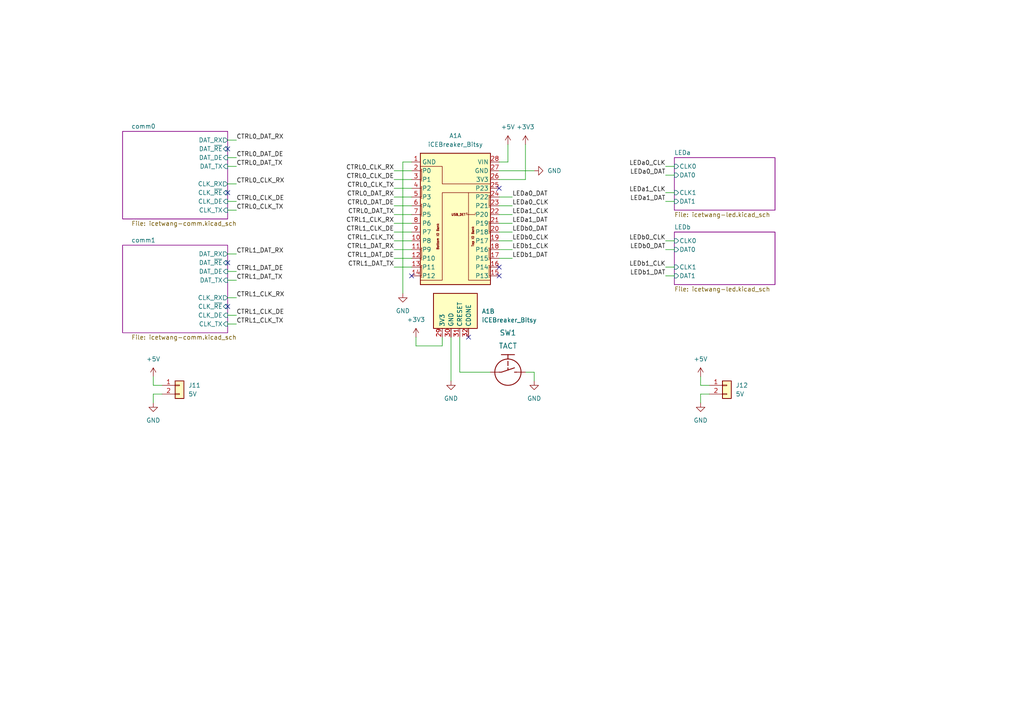
<source format=kicad_sch>
(kicad_sch (version 20210621) (generator eeschema)
  (paper "A4")
  (title_block (title "iCE-TWANG Pole") (rev "V0.1") (company "1BitSquared") (comment 1 "(C) 2021 1BitSquared <info@1bitsquared.com>") (comment 2 "(C) 2021 Piotr Esden-Tempski <piotr@esden.net>") (comment 3 "License: CC-BY-SA 4.3"))
  (lib_symbols
    (symbol "Connector_Generic:Conn_01x02" (pin_names (offset 1.016) hide)
      (property "Reference" "J" (at 0 2.54 0))
      (property "Value" "Conn_01x02" (at 0 -5.08 0))
      (symbol "Conn_01x02_1_1"
        (rectangle (start -1.27 -2.413) (end 0 -2.667) (stroke (width 0.1524)))
        (rectangle (start -1.27 0.127) (end 0 -0.127) (stroke (width 0.1524)))
        (rectangle (start -1.27 1.27) (end 1.27 -3.81) (stroke (width 0.254)) (fill (type background)))
        (pin passive line (at -5.08 0 0) (length 3.81) (name "Pin_1") (number "1"))
        (pin passive line (at -5.08 -2.54 0) (length 3.81) (name "Pin_2") (number "2"))
      )
    )
    (symbol "iCEBreaker_Bitsy_1"
      (property "Reference" "A" (at 0 21.59 0))
      (property "Value" "iCEBreaker_Bitsy_1" (at 0 19.05 0))
      (symbol "iCEBreaker_Bitsy_1_1_0"
        (text "Bottom IO Bank" (at -5.08 -6.35 900) (effects (font (size 0.635 0.635))))
        (text "Top IO Bank" (at 5.08 -6.35 900) (effects (font (size 0.635 0.635))))
        (text "USB_DET" (at 3.048 0 0) (effects (font (size 0.635 0.635)) (justify right)))
        (polyline (pts (xy 3.175 0.381) (xy 3.429 0.381)))
        (polyline (pts (xy 3.302 0.508) (xy 3.302 0.254)))
        (polyline (pts (xy 5.715 0.381) (xy 5.969 0.381)))
        (polyline (pts (xy 9.652 2.159) (xy 9.906 2.159)))
        (polyline (pts (xy 9.652 5.461) (xy 9.906 5.461)))
        (polyline (pts (xy 9.779 5.334) (xy 9.779 5.588)))
        (polyline (pts (xy 10.16 -19.05) (xy 3.81 -19.05) (xy 3.81 6.35)))
        (polyline (pts (xy -10.16 13.97) (xy -3.81 13.97) (xy -3.81 8.89) (xy 10.16 8.89)))
        (polyline (pts (xy 10.16 2.54) (xy 9.779 2.54) (xy 9.779 5.08) (xy 10.16 5.08)))
        (polyline (pts (xy 10.16 6.35) (xy -3.81 6.35) (xy -3.81 -19.05) (xy -10.16 -19.05)))
      )
      (symbol "iCEBreaker_Bitsy_1_1_1"
        (rectangle (start -10.16 17.78) (end 10.16 -20.32) (stroke (width 0.254)) (fill (type background)))
        (polyline (pts (xy -9.906 -18.161) (xy -9.652 -18.161)))
        (polyline (pts (xy -9.906 -14.859) (xy -9.652 -14.859)))
        (polyline (pts (xy -9.906 -13.081) (xy -9.652 -13.081)))
        (polyline (pts (xy -9.906 -9.779) (xy -9.652 -9.779)))
        (polyline (pts (xy -9.906 -0.381) (xy -9.652 -0.381)))
        (polyline (pts (xy -9.906 2.921) (xy -9.652 2.921)))
        (polyline (pts (xy -9.906 4.699) (xy -9.652 4.699)))
        (polyline (pts (xy -9.906 8.001) (xy -9.652 8.001)))
        (polyline (pts (xy -9.906 9.779) (xy -9.652 9.779)))
        (polyline (pts (xy -9.906 13.081) (xy -9.652 13.081)))
        (polyline (pts (xy -9.779 -14.986) (xy -9.779 -14.732)))
        (polyline (pts (xy -9.779 -9.906) (xy -9.779 -9.652)))
        (polyline (pts (xy -9.779 2.794) (xy -9.779 3.048)))
        (polyline (pts (xy -9.779 7.874) (xy -9.779 8.128)))
        (polyline (pts (xy -9.779 13.208) (xy -9.779 12.954)))
        (polyline (pts (xy 5.842 0) (xy 3.175 0)))
        (polyline (pts (xy 9.652 -18.161) (xy 9.906 -18.161)))
        (polyline (pts (xy 9.652 -14.859) (xy 9.906 -14.859)))
        (polyline (pts (xy 9.652 -13.081) (xy 9.906 -13.081)))
        (polyline (pts (xy 9.652 -9.779) (xy 9.906 -9.779)))
        (polyline (pts (xy 9.652 -5.461) (xy 9.906 -5.461)))
        (polyline (pts (xy 9.652 -2.159) (xy 9.906 -2.159)))
        (polyline (pts (xy 9.779 -14.986) (xy 9.779 -14.732)))
        (polyline (pts (xy 9.779 -9.906) (xy 9.779 -9.652)))
        (polyline (pts (xy 9.779 -2.286) (xy 9.779 -2.032)))
        (polyline (pts (xy -10.16 -15.24) (xy -9.779 -15.24) (xy -9.779 -17.78) (xy -10.16 -17.78)))
        (polyline (pts (xy -10.16 -10.16) (xy -9.779 -10.16) (xy -9.779 -12.7) (xy -10.16 -12.7)))
        (polyline (pts (xy -10.16 2.54) (xy -9.779 2.54) (xy -9.779 0) (xy -10.16 0)))
        (polyline (pts (xy -10.16 7.62) (xy -9.779 7.62) (xy -9.779 5.08) (xy -10.16 5.08)))
        (polyline (pts (xy -10.16 12.7) (xy -9.779 12.7) (xy -9.779 10.16) (xy -10.16 10.16)))
        (polyline (pts (xy 10.16 -17.78) (xy 9.779 -17.78) (xy 9.779 -15.24) (xy 10.16 -15.24)))
        (polyline (pts (xy 10.16 -12.7) (xy 9.779 -12.7) (xy 9.779 -10.16) (xy 10.16 -10.16)))
        (polyline (pts (xy 10.16 -5.08) (xy 9.779 -5.08) (xy 9.779 -2.54) (xy 10.16 -2.54)))
        (pin power_out line (at -12.7 15.24 0) (length 2.54) (name "GND") (number "1"))
        (pin bidirectional line (at -12.7 -7.62 0) (length 2.54) (name "P8") (number "10"))
        (pin bidirectional line (at -12.7 -10.16 0) (length 2.54) (name "P9") (number "11"))
        (pin bidirectional line (at -12.7 -12.7 0) (length 2.54) (name "P10") (number "12"))
        (pin bidirectional line (at -12.7 -15.24 0) (length 2.54) (name "P11") (number "13"))
        (pin bidirectional line (at -12.7 -17.78 0) (length 2.54) (name "P12") (number "14"))
        (pin bidirectional line (at 12.7 -17.78 180) (length 2.54) (name "P13") (number "15"))
        (pin bidirectional line (at 12.7 -15.24 180) (length 2.54) (name "P14") (number "16"))
        (pin bidirectional line (at 12.7 -12.7 180) (length 2.54) (name "P15") (number "17"))
        (pin bidirectional line (at 12.7 -10.16 180) (length 2.54) (name "P16") (number "18"))
        (pin bidirectional line (at 12.7 -7.62 180) (length 2.54) (name "P17") (number "19"))
        (pin bidirectional line (at -12.7 12.7 0) (length 2.54) (name "P0") (number "2"))
        (pin bidirectional line (at 12.7 -5.08 180) (length 2.54) (name "P18") (number "20"))
        (pin bidirectional line (at 12.7 -2.54 180) (length 2.54) (name "P19") (number "21"))
        (pin bidirectional line (at 12.7 0 180) (length 2.54) (name "P20") (number "22"))
        (pin bidirectional line (at 12.7 2.54 180) (length 2.54) (name "P21") (number "23"))
        (pin bidirectional line (at 12.7 5.08 180) (length 2.54) (name "P22") (number "24"))
        (pin bidirectional line (at 12.7 7.62 180) (length 2.54) (name "P23") (number "25"))
        (pin power_out line (at 12.7 10.16 180) (length 2.54) (name "3V3") (number "26"))
        (pin power_out line (at 12.7 12.7 180) (length 2.54) (name "GND") (number "27"))
        (pin power_in line (at 12.7 15.24 180) (length 2.54) (name "VIN") (number "28"))
        (pin bidirectional line (at -12.7 10.16 0) (length 2.54) (name "P1") (number "3"))
        (pin bidirectional line (at -12.7 7.62 0) (length 2.54) (name "P2") (number "4"))
        (pin bidirectional line (at -12.7 5.08 0) (length 2.54) (name "P3") (number "5"))
        (pin bidirectional line (at -12.7 2.54 0) (length 2.54) (name "P4") (number "6"))
        (pin bidirectional line (at -12.7 0 0) (length 2.54) (name "P5") (number "7"))
        (pin bidirectional line (at -12.7 -2.54 0) (length 2.54) (name "P6") (number "8"))
        (pin bidirectional line (at -12.7 -5.08 0) (length 2.54) (name "P7") (number "9"))
      )
      (symbol "iCEBreaker_Bitsy_1_2_1"
        (rectangle (start -5.08 7.62) (end 5.08 -5.08) (stroke (width 0.254)) (fill (type background)))
        (pin power_out line (at 7.62 -2.54 180) (length 2.54) (name "3V3") (number "29"))
        (pin power_out line (at 7.62 0 180) (length 2.54) (name "GND") (number "30"))
        (pin input line (at 7.62 2.54 180) (length 2.54) (name "CRESET") (number "31"))
        (pin output line (at 7.62 5.08 180) (length 2.54) (name "CDONE") (number "32"))
      )
      (symbol "iCEBreaker_Bitsy_1_3_1"
        (rectangle (start -5.08 7.62) (end 5.08 -5.08) (stroke (width 0.254)) (fill (type background)))
        (pin bidirectional line (at -7.62 -2.54 0) (length 2.54) (name "SPI_COPI") (number "33"))
        (pin bidirectional line (at -7.62 0 0) (length 2.54) (name "SPI_CIPO") (number "34"))
        (pin bidirectional line (at -7.62 2.54 0) (length 2.54) (name "SPI_SCK") (number "35"))
        (pin bidirectional line (at -7.62 5.08 0) (length 2.54) (name "SPI_CS") (number "36"))
      )
    )
    (symbol "pkl_misc:TACT" (pin_numbers hide) (pin_names (offset 1.016) hide)
      (property "Reference" "SW" (at 3.81 -1.905 0))
      (property "Value" "TACT" (at 3.81 1.905 0))
      (symbol "TACT_0_1"
        (circle (center 0 0) (radius 3.81) (stroke (width 0.254)))
        (polyline (pts (xy -1.905 5.08) (xy 1.905 5.08)) (stroke (width 0.254)))
        (polyline (pts (xy 0 0.635) (xy 0 1.27)) (stroke (width 0.254)))
        (polyline (pts (xy 0 1.905) (xy 0 3.175)) (stroke (width 0.254)))
        (polyline (pts (xy 0 3.81) (xy 0 5.08)) (stroke (width 0.254)))
        (polyline (pts (xy 2.54 0) (xy 1.905 0)) (stroke (width 0.254)))
        (polyline (pts (xy -2.54 0) (xy -1.905 0) (xy 1.905 1.27)) (stroke (width 0.254)))
      )
      (symbol "TACT_1_1"
        (pin passive line (at -5.08 0 0) (length 2.54) (name "~") (number "1"))
        (pin passive line (at 5.08 0 180) (length 2.54) (name "~") (number "2"))
      )
    )
    (symbol "pkl_module:iCEBreaker_Bitsy"
      (property "Reference" "A" (at 0 21.59 0))
      (property "Value" "iCEBreaker_Bitsy" (at 0 19.05 0))
      (symbol "iCEBreaker_Bitsy_1_0"
        (text "Bottom IO Bank" (at -5.08 -6.35 900) (effects (font (size 0.635 0.635))))
        (text "Top IO Bank" (at 5.08 -6.35 900) (effects (font (size 0.635 0.635))))
        (text "USB_DET" (at 3.048 0 0) (effects (font (size 0.635 0.635)) (justify right)))
        (polyline (pts (xy 3.175 0.381) (xy 3.429 0.381)))
        (polyline (pts (xy 3.302 0.508) (xy 3.302 0.254)))
        (polyline (pts (xy 5.715 0.381) (xy 5.969 0.381)))
        (polyline (pts (xy 9.652 2.159) (xy 9.906 2.159)))
        (polyline (pts (xy 9.652 5.461) (xy 9.906 5.461)))
        (polyline (pts (xy 9.779 5.334) (xy 9.779 5.588)))
        (polyline (pts (xy 10.16 -19.05) (xy 3.81 -19.05) (xy 3.81 6.35)))
        (polyline (pts (xy -10.16 13.97) (xy -3.81 13.97) (xy -3.81 8.89) (xy 10.16 8.89)))
        (polyline (pts (xy 10.16 2.54) (xy 9.779 2.54) (xy 9.779 5.08) (xy 10.16 5.08)))
        (polyline (pts (xy 10.16 6.35) (xy -3.81 6.35) (xy -3.81 -19.05) (xy -10.16 -19.05)))
      )
      (symbol "iCEBreaker_Bitsy_1_1"
        (rectangle (start -10.16 17.78) (end 10.16 -20.32) (stroke (width 0.254)) (fill (type background)))
        (polyline (pts (xy -9.906 -18.161) (xy -9.652 -18.161)))
        (polyline (pts (xy -9.906 -14.859) (xy -9.652 -14.859)))
        (polyline (pts (xy -9.906 -13.081) (xy -9.652 -13.081)))
        (polyline (pts (xy -9.906 -9.779) (xy -9.652 -9.779)))
        (polyline (pts (xy -9.906 -0.381) (xy -9.652 -0.381)))
        (polyline (pts (xy -9.906 2.921) (xy -9.652 2.921)))
        (polyline (pts (xy -9.906 4.699) (xy -9.652 4.699)))
        (polyline (pts (xy -9.906 8.001) (xy -9.652 8.001)))
        (polyline (pts (xy -9.906 9.779) (xy -9.652 9.779)))
        (polyline (pts (xy -9.906 13.081) (xy -9.652 13.081)))
        (polyline (pts (xy -9.779 -14.986) (xy -9.779 -14.732)))
        (polyline (pts (xy -9.779 -9.906) (xy -9.779 -9.652)))
        (polyline (pts (xy -9.779 2.794) (xy -9.779 3.048)))
        (polyline (pts (xy -9.779 7.874) (xy -9.779 8.128)))
        (polyline (pts (xy -9.779 13.208) (xy -9.779 12.954)))
        (polyline (pts (xy 5.842 0) (xy 3.175 0)))
        (polyline (pts (xy 9.652 -18.161) (xy 9.906 -18.161)))
        (polyline (pts (xy 9.652 -14.859) (xy 9.906 -14.859)))
        (polyline (pts (xy 9.652 -13.081) (xy 9.906 -13.081)))
        (polyline (pts (xy 9.652 -9.779) (xy 9.906 -9.779)))
        (polyline (pts (xy 9.652 -5.461) (xy 9.906 -5.461)))
        (polyline (pts (xy 9.652 -2.159) (xy 9.906 -2.159)))
        (polyline (pts (xy 9.779 -14.986) (xy 9.779 -14.732)))
        (polyline (pts (xy 9.779 -9.906) (xy 9.779 -9.652)))
        (polyline (pts (xy 9.779 -2.286) (xy 9.779 -2.032)))
        (polyline (pts (xy -10.16 -15.24) (xy -9.779 -15.24) (xy -9.779 -17.78) (xy -10.16 -17.78)))
        (polyline (pts (xy -10.16 -10.16) (xy -9.779 -10.16) (xy -9.779 -12.7) (xy -10.16 -12.7)))
        (polyline (pts (xy -10.16 2.54) (xy -9.779 2.54) (xy -9.779 0) (xy -10.16 0)))
        (polyline (pts (xy -10.16 7.62) (xy -9.779 7.62) (xy -9.779 5.08) (xy -10.16 5.08)))
        (polyline (pts (xy -10.16 12.7) (xy -9.779 12.7) (xy -9.779 10.16) (xy -10.16 10.16)))
        (polyline (pts (xy 10.16 -17.78) (xy 9.779 -17.78) (xy 9.779 -15.24) (xy 10.16 -15.24)))
        (polyline (pts (xy 10.16 -12.7) (xy 9.779 -12.7) (xy 9.779 -10.16) (xy 10.16 -10.16)))
        (polyline (pts (xy 10.16 -5.08) (xy 9.779 -5.08) (xy 9.779 -2.54) (xy 10.16 -2.54)))
        (pin power_out line (at -12.7 15.24 0) (length 2.54) (name "GND") (number "1"))
        (pin bidirectional line (at -12.7 -7.62 0) (length 2.54) (name "P8") (number "10"))
        (pin bidirectional line (at -12.7 -10.16 0) (length 2.54) (name "P9") (number "11"))
        (pin bidirectional line (at -12.7 -12.7 0) (length 2.54) (name "P10") (number "12"))
        (pin bidirectional line (at -12.7 -15.24 0) (length 2.54) (name "P11") (number "13"))
        (pin bidirectional line (at -12.7 -17.78 0) (length 2.54) (name "P12") (number "14"))
        (pin bidirectional line (at 12.7 -17.78 180) (length 2.54) (name "P13") (number "15"))
        (pin bidirectional line (at 12.7 -15.24 180) (length 2.54) (name "P14") (number "16"))
        (pin bidirectional line (at 12.7 -12.7 180) (length 2.54) (name "P15") (number "17"))
        (pin bidirectional line (at 12.7 -10.16 180) (length 2.54) (name "P16") (number "18"))
        (pin bidirectional line (at 12.7 -7.62 180) (length 2.54) (name "P17") (number "19"))
        (pin bidirectional line (at -12.7 12.7 0) (length 2.54) (name "P0") (number "2"))
        (pin bidirectional line (at 12.7 -5.08 180) (length 2.54) (name "P18") (number "20"))
        (pin bidirectional line (at 12.7 -2.54 180) (length 2.54) (name "P19") (number "21"))
        (pin bidirectional line (at 12.7 0 180) (length 2.54) (name "P20") (number "22"))
        (pin bidirectional line (at 12.7 2.54 180) (length 2.54) (name "P21") (number "23"))
        (pin bidirectional line (at 12.7 5.08 180) (length 2.54) (name "P22") (number "24"))
        (pin bidirectional line (at 12.7 7.62 180) (length 2.54) (name "P23") (number "25"))
        (pin power_out line (at 12.7 10.16 180) (length 2.54) (name "3V3") (number "26"))
        (pin power_out line (at 12.7 12.7 180) (length 2.54) (name "GND") (number "27"))
        (pin power_in line (at 12.7 15.24 180) (length 2.54) (name "VIN") (number "28"))
        (pin bidirectional line (at -12.7 10.16 0) (length 2.54) (name "P1") (number "3"))
        (pin bidirectional line (at -12.7 7.62 0) (length 2.54) (name "P2") (number "4"))
        (pin bidirectional line (at -12.7 5.08 0) (length 2.54) (name "P3") (number "5"))
        (pin bidirectional line (at -12.7 2.54 0) (length 2.54) (name "P4") (number "6"))
        (pin bidirectional line (at -12.7 0 0) (length 2.54) (name "P5") (number "7"))
        (pin bidirectional line (at -12.7 -2.54 0) (length 2.54) (name "P6") (number "8"))
        (pin bidirectional line (at -12.7 -5.08 0) (length 2.54) (name "P7") (number "9"))
      )
      (symbol "iCEBreaker_Bitsy_2_1"
        (rectangle (start -5.08 7.62) (end 5.08 -5.08) (stroke (width 0.254)) (fill (type background)))
        (pin power_out line (at 7.62 -2.54 180) (length 2.54) (name "3V3") (number "29"))
        (pin power_out line (at 7.62 0 180) (length 2.54) (name "GND") (number "30"))
        (pin input line (at 7.62 2.54 180) (length 2.54) (name "CRESET") (number "31"))
        (pin output line (at 7.62 5.08 180) (length 2.54) (name "CDONE") (number "32"))
      )
      (symbol "iCEBreaker_Bitsy_3_1"
        (rectangle (start -5.08 7.62) (end 5.08 -5.08) (stroke (width 0.254)) (fill (type background)))
        (pin bidirectional line (at -7.62 -2.54 0) (length 2.54) (name "SPI_COPI") (number "33"))
        (pin bidirectional line (at -7.62 0 0) (length 2.54) (name "SPI_CIPO") (number "34"))
        (pin bidirectional line (at -7.62 2.54 0) (length 2.54) (name "SPI_SCK") (number "35"))
        (pin bidirectional line (at -7.62 5.08 0) (length 2.54) (name "SPI_CS") (number "36"))
      )
    )
    (symbol "power:+3V3" (power) (pin_names (offset 0))
      (property "Value" "+3V3" (at 0 3.556 0))
      (symbol "+3V3_0_1"
        (polyline (pts (xy -0.762 1.27) (xy 0 2.54)))
        (polyline (pts (xy 0 0) (xy 0 2.54)))
        (polyline (pts (xy 0 2.54) (xy 0.762 1.27)))
      )
      (symbol "+3V3_1_1"
        (pin power_in line (at 0 0 90) (length 0) hide (name "+3V3") (number "1"))
      )
    )
    (symbol "power:+5V" (power) (pin_names (offset 0))
      (property "Value" "+5V" (at 0 3.556 0))
      (symbol "+5V_0_1"
        (polyline (pts (xy -0.762 1.27) (xy 0 2.54)))
        (polyline (pts (xy 0 0) (xy 0 2.54)))
        (polyline (pts (xy 0 2.54) (xy 0.762 1.27)))
      )
      (symbol "+5V_1_1"
        (pin power_in line (at 0 0 90) (length 0) hide (name "+5V") (number "1"))
      )
    )
    (symbol "power:GND" (power) (pin_names (offset 0))
      (property "Value" "GND" (at 0 -3.81 0))
      (symbol "GND_0_1"
        (polyline (pts (xy 0 0) (xy 0 -1.27) (xy 1.27 -1.27) (xy 0 -2.54) (xy -1.27 -1.27) (xy 0 -1.27)))
      )
      (symbol "GND_1_1"
        (pin power_in line (at 0 0 270) (length 0) hide (name "GND") (number "1"))
      )
    )
  )
  (no_connect (at 66.04 43.18))
  (no_connect (at 66.04 55.88))
  (no_connect (at 66.04 76.2))
  (no_connect (at 66.04 88.9))
  (no_connect (at 119.38 80.01))
  (no_connect (at 135.89 97.79))
  (no_connect (at 144.78 54.61))
  (no_connect (at 144.78 77.47))
  (no_connect (at 144.78 80.01))
  (wire (pts (xy 44.45 111.76) (xy 44.45 109.22)))
  (wire (pts (xy 44.45 114.3) (xy 44.45 116.84)))
  (wire (pts (xy 46.99 111.76) (xy 44.45 111.76)))
  (wire (pts (xy 46.99 114.3) (xy 44.45 114.3)))
  (wire (pts (xy 68.58 40.64) (xy 66.04 40.64)))
  (wire (pts (xy 68.58 45.72) (xy 66.04 45.72)))
  (wire (pts (xy 68.58 48.26) (xy 66.04 48.26)))
  (wire (pts (xy 68.58 53.34) (xy 66.04 53.34)))
  (wire (pts (xy 68.58 58.42) (xy 66.04 58.42)))
  (wire (pts (xy 68.58 60.96) (xy 66.04 60.96)))
  (wire (pts (xy 68.58 73.66) (xy 66.04 73.66)))
  (wire (pts (xy 68.58 78.74) (xy 66.04 78.74)))
  (wire (pts (xy 68.58 81.28) (xy 66.04 81.28)))
  (wire (pts (xy 68.58 86.36) (xy 66.04 86.36)))
  (wire (pts (xy 68.58 91.44) (xy 66.04 91.44)))
  (wire (pts (xy 68.58 93.98) (xy 66.04 93.98)))
  (wire (pts (xy 114.3 49.53) (xy 119.38 49.53)))
  (wire (pts (xy 114.3 52.07) (xy 119.38 52.07)))
  (wire (pts (xy 114.3 54.61) (xy 119.38 54.61)))
  (wire (pts (xy 114.3 57.15) (xy 119.38 57.15)))
  (wire (pts (xy 114.3 59.69) (xy 119.38 59.69)))
  (wire (pts (xy 114.3 62.23) (xy 119.38 62.23)))
  (wire (pts (xy 114.3 64.77) (xy 119.38 64.77)))
  (wire (pts (xy 114.3 67.31) (xy 119.38 67.31)))
  (wire (pts (xy 114.3 69.85) (xy 119.38 69.85)))
  (wire (pts (xy 114.3 72.39) (xy 119.38 72.39)))
  (wire (pts (xy 114.3 74.93) (xy 119.38 74.93)))
  (wire (pts (xy 114.3 77.47) (xy 119.38 77.47)))
  (wire (pts (xy 116.84 46.99) (xy 116.84 85.09)))
  (wire (pts (xy 119.38 46.99) (xy 116.84 46.99)))
  (wire (pts (xy 120.65 97.79) (xy 120.65 100.33)))
  (wire (pts (xy 128.27 97.79) (xy 128.27 100.33)))
  (wire (pts (xy 128.27 100.33) (xy 120.65 100.33)))
  (wire (pts (xy 130.81 97.79) (xy 130.81 110.49)))
  (wire (pts (xy 133.35 97.79) (xy 133.35 107.95)))
  (wire (pts (xy 133.35 107.95) (xy 142.24 107.95)))
  (wire (pts (xy 144.78 46.99) (xy 147.32 46.99)))
  (wire (pts (xy 144.78 52.07) (xy 152.4 52.07)))
  (wire (pts (xy 144.78 57.15) (xy 148.59 57.15)))
  (wire (pts (xy 144.78 59.69) (xy 148.59 59.69)))
  (wire (pts (xy 144.78 62.23) (xy 148.59 62.23)))
  (wire (pts (xy 144.78 64.77) (xy 148.59 64.77)))
  (wire (pts (xy 144.78 67.31) (xy 148.59 67.31)))
  (wire (pts (xy 144.78 69.85) (xy 148.59 69.85)))
  (wire (pts (xy 147.32 41.91) (xy 147.32 46.99)))
  (wire (pts (xy 148.59 72.39) (xy 144.78 72.39)))
  (wire (pts (xy 148.59 74.93) (xy 144.78 74.93)))
  (wire (pts (xy 152.4 41.91) (xy 152.4 52.07)))
  (wire (pts (xy 152.4 107.95) (xy 154.94 107.95)))
  (wire (pts (xy 154.94 49.53) (xy 144.78 49.53)))
  (wire (pts (xy 154.94 107.95) (xy 154.94 110.49)))
  (wire (pts (xy 193.04 48.26) (xy 195.58 48.26)))
  (wire (pts (xy 193.04 50.8) (xy 195.58 50.8)))
  (wire (pts (xy 193.04 55.88) (xy 195.58 55.88)))
  (wire (pts (xy 193.04 58.42) (xy 195.58 58.42)))
  (wire (pts (xy 193.04 69.85) (xy 195.58 69.85)))
  (wire (pts (xy 193.04 72.39) (xy 195.58 72.39)))
  (wire (pts (xy 193.04 77.47) (xy 195.58 77.47)))
  (wire (pts (xy 193.04 80.01) (xy 195.58 80.01)))
  (wire (pts (xy 203.2 111.76) (xy 203.2 109.22)))
  (wire (pts (xy 203.2 114.3) (xy 203.2 116.84)))
  (wire (pts (xy 205.74 111.76) (xy 203.2 111.76)))
  (wire (pts (xy 205.74 114.3) (xy 203.2 114.3)))
  (label "CTRL0_DAT_RX" (at 68.58 40.64 0))
  (label "CTRL0_DAT_DE" (at 68.58 45.72 0))
  (label "CTRL0_DAT_TX" (at 68.58 48.26 0))
  (label "CTRL0_CLK_RX" (at 68.58 53.34 0))
  (label "CTRL0_CLK_DE" (at 68.58 58.42 0))
  (label "CTRL0_CLK_TX" (at 68.58 60.96 0))
  (label "CTRL1_DAT_RX" (at 68.58 73.66 0))
  (label "CTRL1_DAT_DE" (at 68.58 78.74 0))
  (label "CTRL1_DAT_TX" (at 68.58 81.28 0))
  (label "CTRL1_CLK_RX" (at 68.58 86.36 0))
  (label "CTRL1_CLK_DE" (at 68.58 91.44 0))
  (label "CTRL1_CLK_TX" (at 68.58 93.98 0))
  (label "CTRL0_CLK_RX" (at 114.3 49.53 180))
  (label "CTRL0_CLK_DE" (at 114.3 52.07 180))
  (label "CTRL0_CLK_TX" (at 114.3 54.61 180))
  (label "CTRL0_DAT_RX" (at 114.3 57.15 180))
  (label "CTRL0_DAT_DE" (at 114.3 59.69 180))
  (label "CTRL0_DAT_TX" (at 114.3 62.23 180))
  (label "CTRL1_CLK_RX" (at 114.3 64.77 180))
  (label "CTRL1_CLK_DE" (at 114.3 67.31 180))
  (label "CTRL1_CLK_TX" (at 114.3 69.85 180))
  (label "CTRL1_DAT_RX" (at 114.3 72.39 180))
  (label "CTRL1_DAT_DE" (at 114.3 74.93 180))
  (label "CTRL1_DAT_TX" (at 114.3 77.47 180))
  (label "LEDa0_DAT" (at 148.59 57.15 0))
  (label "LEDa0_CLK" (at 148.59 59.69 0))
  (label "LEDa1_CLK" (at 148.59 62.23 0))
  (label "LEDa1_DAT" (at 148.59 64.77 0))
  (label "LEDb0_DAT" (at 148.59 67.31 0))
  (label "LEDb0_CLK" (at 148.59 69.85 0))
  (label "LEDb1_CLK" (at 148.59 72.39 0))
  (label "LEDb1_DAT" (at 148.59 74.93 0))
  (label "LEDa0_CLK" (at 193.04 48.26 180))
  (label "LEDa0_DAT" (at 193.04 50.8 180))
  (label "LEDa1_CLK" (at 193.04 55.88 180))
  (label "LEDa1_DAT" (at 193.04 58.42 180))
  (label "LEDb0_CLK" (at 193.04 69.85 180))
  (label "LEDb0_DAT" (at 193.04 72.39 180))
  (label "LEDb1_CLK" (at 193.04 77.47 180))
  (label "LEDb1_DAT" (at 193.04 80.01 180))
  (symbol (lib_id "power:+5V") (at 44.45 109.22 0) (unit 1)
    (property "Reference" "#PWR0173" (effects hide))
    (property "Value" "+5V" (at 44.45 104.14 0))
  )
  (symbol (lib_id "power:+3V3") (at 120.65 97.79 0) (unit 1)
    (property "Reference" "#PWR0150" (effects hide))
    (property "Value" "+3V3" (at 120.65 92.71 0))
  )
  (symbol (lib_id "power:+5V") (at 147.32 41.91 0) (unit 1)
    (property "Reference" "#PWR0125" (effects hide))
    (property "Value" "+5V" (at 147.32 36.83 0))
  )
  (symbol (lib_id "power:+3V3") (at 152.4 41.91 0) (unit 1)
    (property "Reference" "#PWR0112" (effects hide))
    (property "Value" "+3V3" (at 152.4 36.83 0))
  )
  (symbol (lib_id "power:+5V") (at 203.2 109.22 0) (unit 1)
    (property "Reference" "#PWR0175" (effects hide))
    (property "Value" "+5V" (at 203.2 104.14 0))
  )
  (symbol (lib_id "power:GND") (at 44.45 116.84 0) (unit 1)
    (property "Reference" "#PWR0172" (effects hide))
    (property "Value" "GND" (at 44.45 121.92 0))
  )
  (symbol (lib_id "power:GND") (at 116.84 85.09 0) (unit 1)
    (property "Reference" "#PWR0110" (effects hide))
    (property "Value" "GND" (at 116.84 90.17 0))
  )
  (symbol (lib_id "power:GND") (at 130.81 110.49 0) (unit 1)
    (property "Reference" "#PWR0103" (effects hide))
    (property "Value" "GND" (at 130.81 115.57 0))
  )
  (symbol (lib_id "power:GND") (at 154.94 49.53 90) (unit 1)
    (property "Reference" "#PWR0111" (effects hide))
    (property "Value" "GND" (at 158.75 49.5299 90) (effects (justify right)))
  )
  (symbol (lib_id "power:GND") (at 154.94 110.49 0) (unit 1)
    (property "Reference" "#PWR0102" (effects hide))
    (property "Value" "GND" (at 154.94 115.57 0))
  )
  (symbol (lib_id "power:GND") (at 203.2 116.84 0) (unit 1)
    (property "Reference" "#PWR0174" (effects hide))
    (property "Value" "GND" (at 203.2 121.92 0))
  )
  (symbol (lib_id "Connector_Generic:Conn_01x02") (at 52.07 111.76 0) (unit 1)
    (property "Reference" "J11" (at 54.61 111.7599 0) (effects (justify left)))
    (property "Value" "5V" (at 54.61 114.2999 0) (effects (justify left)))
    (property "Footprint" "Connector_PinHeader_2.54mm:PinHeader_1x02_P2.54mm_Vertical" (effects hide))
  )
  (symbol (lib_id "Connector_Generic:Conn_01x02") (at 210.82 111.76 0) (unit 1)
    (property "Reference" "J12" (at 213.36 111.7599 0) (effects (justify left)))
    (property "Value" "5V" (at 213.36 114.2999 0) (effects (justify left)))
    (property "Footprint" "Connector_PinHeader_2.54mm:PinHeader_1x02_P2.54mm_Vertical" (effects hide))
  )
  (symbol (lib_id "pkl_misc:TACT") (at 147.32 107.95 0) (unit 1)
    (property "Reference" "SW1" (at 147.32 96.52 0) (effects (font (size 1.524 1.524))))
    (property "Value" "TACT" (at 147.32 100.33 0) (effects (font (size 1.524 1.524))))
    (property "Footprint" "pkl_buttons_switches:SW_SPST_3x4x2.5" (effects hide))
  )
  (symbol (lib_name "iCEBreaker_Bitsy_1") (lib_id "pkl_module:iCEBreaker_Bitsy") (at 130.81 90.17 270) (unit 2)
    (property "Reference" "A1" (at 139.7 90.2969 90) (effects (justify left)))
    (property "Value" "iCEBreaker_Bitsy" (at 139.7 92.8369 90) (effects (justify left)))
    (property "Footprint" "pkl_module:iCEBreaker_Bitsy" (effects hide))
    (property "Datasheet" "https://docs.icebreaker-fpga.org" (effects hide))
  )
  (symbol (lib_id "pkl_module:iCEBreaker_Bitsy") (at 132.08 62.23 0) (unit 1)
    (property "Reference" "A1" (at 132.08 39.37 0))
    (property "Value" "iCEBreaker_Bitsy" (at 132.08 41.91 0))
    (property "Footprint" "pkl_module:iCEBreaker_Bitsy" (effects hide))
    (property "Datasheet" "https://docs.icebreaker-fpga.org" (effects hide))
  )
  (sheet (at 195.58 45.72) (size 29.21 15.24) (stroke (width 0.1524) (color 132 0 132 1)) (fill (color 255 255 255 0.0000))
    (property "Sheet name" "LEDa" (at 195.58 45.0084 0) (effects (justify left bottom)))
    (property "Sheet file" "icetwang-led.kicad_sch" (at 195.58 61.5446 0) (effects (justify left top)))
    (pin "DAT0" input (at 195.58 50.8 180))
    (pin "CLK0" input (at 195.58 48.26 180))
    (pin "CLK1" input (at 195.58 55.88 180))
    (pin "DAT1" input (at 195.58 58.42 180))
  )
  (sheet (at 195.58 67.31) (size 29.21 15.24) (stroke (width 0.1524) (color 132 0 132 1)) (fill (color 255 255 255 0.0000))
    (property "Sheet name" "LEDb" (at 195.58 66.5984 0) (effects (justify left bottom)))
    (property "Sheet file" "icetwang-led.kicad_sch" (at 195.58 83.1346 0) (effects (justify left top)))
    (pin "DAT0" input (at 195.58 72.39 180))
    (pin "CLK0" input (at 195.58 69.85 180))
    (pin "CLK1" input (at 195.58 77.47 180))
    (pin "DAT1" input (at 195.58 80.01 180))
  )
  (sheet (at 35.56 38.1) (size 30.48 25.4) (stroke (width 0.1524) (color 132 0 132 1)) (fill (color 255 255 255 0.0000))
    (property "Sheet name" "comm0" (at 38.1 37.3884 0) (effects (justify left bottom)))
    (property "Sheet file" "icetwang-comm.kicad_sch" (at 38.1 64.0846 0) (effects (justify left top)))
    (pin "CLK_~{RE}" input (at 66.04 55.88 0))
    (pin "CLK_RX" output (at 66.04 53.34 0))
    (pin "CLK_DE" input (at 66.04 58.42 0))
    (pin "CLK_TX" input (at 66.04 60.96 0))
    (pin "DAT_DE" input (at 66.04 45.72 0))
    (pin "DAT_~{RE}" input (at 66.04 43.18 0))
    (pin "DAT_RX" output (at 66.04 40.64 0))
    (pin "DAT_TX" input (at 66.04 48.26 0))
  )
  (sheet (at 35.56 71.12) (size 30.48 25.4) (stroke (width 0.1524) (color 132 0 132 1)) (fill (color 255 255 255 0.0000))
    (property "Sheet name" "comm1" (at 38.1 70.4084 0) (effects (justify left bottom)))
    (property "Sheet file" "icetwang-comm.kicad_sch" (at 38.1 97.1046 0) (effects (justify left top)))
    (pin "CLK_~{RE}" input (at 66.04 88.9 0))
    (pin "CLK_RX" output (at 66.04 86.36 0))
    (pin "CLK_DE" input (at 66.04 91.44 0))
    (pin "CLK_TX" input (at 66.04 93.98 0))
    (pin "DAT_DE" input (at 66.04 78.74 0))
    (pin "DAT_~{RE}" input (at 66.04 76.2 0))
    (pin "DAT_RX" output (at 66.04 73.66 0))
    (pin "DAT_TX" input (at 66.04 81.28 0))
  )
)
</source>
